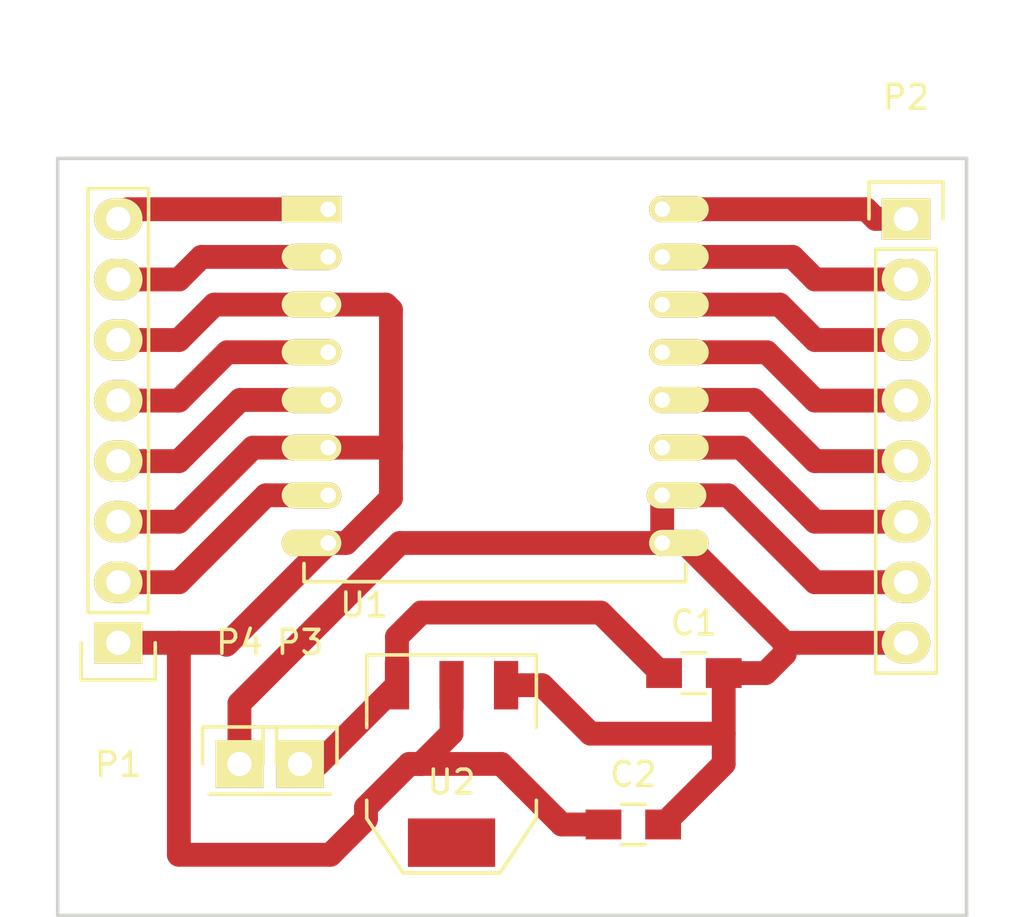
<source format=kicad_pcb>
(kicad_pcb (version 4) (host pcbnew 0.201511221031+6327~38~ubuntu14.04.1-stable)

  (general
    (links 27)
    (no_connects 2)
    (area 134.591667 96.028599 177.828334 134.695001)
    (thickness 1.6)
    (drawings 4)
    (tracks 94)
    (zones 0)
    (modules 8)
    (nets 15)
  )

  (page A4)
  (layers
    (0 F.Cu signal)
    (31 B.Cu signal)
    (32 B.Adhes user)
    (33 F.Adhes user)
    (34 B.Paste user)
    (35 F.Paste user)
    (36 B.SilkS user)
    (37 F.SilkS user)
    (38 B.Mask user)
    (39 F.Mask user)
    (40 Dwgs.User user)
    (41 Cmts.User user)
    (42 Eco1.User user)
    (43 Eco2.User user)
    (44 Edge.Cuts user)
    (45 Margin user)
    (46 B.CrtYd user)
    (47 F.CrtYd user)
    (48 B.Fab user)
    (49 F.Fab user)
  )

  (setup
    (last_trace_width 1)
    (trace_clearance 0.2)
    (zone_clearance 0.508)
    (zone_45_only no)
    (trace_min 0.2)
    (segment_width 0.2)
    (edge_width 0.15)
    (via_size 0.6)
    (via_drill 0.4)
    (via_min_size 0.4)
    (via_min_drill 0.3)
    (uvia_size 0.3)
    (uvia_drill 0.1)
    (uvias_allowed no)
    (uvia_min_size 0.2)
    (uvia_min_drill 0.1)
    (pcb_text_width 0.3)
    (pcb_text_size 1.5 1.5)
    (mod_edge_width 0.15)
    (mod_text_size 1 1)
    (mod_text_width 0.15)
    (pad_size 2 2)
    (pad_drill 1.016)
    (pad_to_mask_clearance 0.2)
    (aux_axis_origin 0 0)
    (grid_origin 139.7 105.41)
    (visible_elements 7FFFFFFF)
    (pcbplotparams
      (layerselection 0x01030_80000001)
      (usegerberextensions false)
      (excludeedgelayer true)
      (linewidth 0.100000)
      (plotframeref false)
      (viasonmask false)
      (mode 1)
      (useauxorigin false)
      (hpglpennumber 1)
      (hpglpenspeed 20)
      (hpglpendiameter 15)
      (hpglpenoverlay 2)
      (psnegative false)
      (psa4output false)
      (plotreference true)
      (plotvalue true)
      (plotinvisibletext false)
      (padsonsilk false)
      (subtractmaskfromsilk false)
      (outputformat 1)
      (mirror false)
      (drillshape 0)
      (scaleselection 1)
      (outputdirectory ""))
  )

  (net 0 "")
  (net 1 "Net-(P1-Pad2)")
  (net 2 "Net-(P1-Pad4)")
  (net 3 "Net-(P1-Pad5)")
  (net 4 "Net-(P1-Pad7)")
  (net 5 "Net-(P1-Pad8)")
  (net 6 "Net-(P2-Pad1)")
  (net 7 "Net-(P2-Pad2)")
  (net 8 "Net-(P2-Pad3)")
  (net 9 "Net-(P2-Pad4)")
  (net 10 "Net-(P2-Pad5)")
  (net 11 "Net-(P2-Pad6)")
  (net 12 "Net-(C1-Pad2)")
  (net 13 "Net-(C1-Pad1)")
  (net 14 /3.3V)

  (net_class Default "This is the default net class."
    (clearance 0.2)
    (trace_width 1)
    (via_dia 0.6)
    (via_drill 0.4)
    (uvia_dia 0.3)
    (uvia_drill 0.1)
    (add_net /3.3V)
    (add_net "Net-(C1-Pad1)")
    (add_net "Net-(C1-Pad2)")
    (add_net "Net-(P1-Pad2)")
    (add_net "Net-(P1-Pad4)")
    (add_net "Net-(P1-Pad5)")
    (add_net "Net-(P1-Pad7)")
    (add_net "Net-(P1-Pad8)")
    (add_net "Net-(P2-Pad1)")
    (add_net "Net-(P2-Pad2)")
    (add_net "Net-(P2-Pad3)")
    (add_net "Net-(P2-Pad4)")
    (add_net "Net-(P2-Pad5)")
    (add_net "Net-(P2-Pad6)")
  )

  (module Pin_Headers:Pin_Header_Straight_1x08 (layer F.Cu) (tedit 0) (tstamp 5652D6AD)
    (at 139.7 123.19 180)
    (descr "Through hole pin header")
    (tags "pin header")
    (path /5652D1D4)
    (fp_text reference P1 (at 0 -5.1 180) (layer F.SilkS)
      (effects (font (size 1 1) (thickness 0.15)))
    )
    (fp_text value CONN_01X08 (at 0 -3.1 180) (layer F.Fab)
      (effects (font (size 1 1) (thickness 0.15)))
    )
    (fp_line (start -1.75 -1.75) (end -1.75 19.55) (layer F.CrtYd) (width 0.05))
    (fp_line (start 1.75 -1.75) (end 1.75 19.55) (layer F.CrtYd) (width 0.05))
    (fp_line (start -1.75 -1.75) (end 1.75 -1.75) (layer F.CrtYd) (width 0.05))
    (fp_line (start -1.75 19.55) (end 1.75 19.55) (layer F.CrtYd) (width 0.05))
    (fp_line (start 1.27 1.27) (end 1.27 19.05) (layer F.SilkS) (width 0.15))
    (fp_line (start 1.27 19.05) (end -1.27 19.05) (layer F.SilkS) (width 0.15))
    (fp_line (start -1.27 19.05) (end -1.27 1.27) (layer F.SilkS) (width 0.15))
    (fp_line (start 1.55 -1.55) (end 1.55 0) (layer F.SilkS) (width 0.15))
    (fp_line (start 1.27 1.27) (end -1.27 1.27) (layer F.SilkS) (width 0.15))
    (fp_line (start -1.55 0) (end -1.55 -1.55) (layer F.SilkS) (width 0.15))
    (fp_line (start -1.55 -1.55) (end 1.55 -1.55) (layer F.SilkS) (width 0.15))
    (pad 1 thru_hole rect (at 0 0 180) (size 2.032 1.7272) (drill 1.016) (layers *.Cu *.Mask F.SilkS)
      (net 14 /3.3V))
    (pad 2 thru_hole oval (at 0 2.54 180) (size 2.032 1.7272) (drill 1.016) (layers *.Cu *.Mask F.SilkS)
      (net 1 "Net-(P1-Pad2)"))
    (pad 3 thru_hole oval (at 0 5.08 180) (size 2.032 1.7272) (drill 1.016) (layers *.Cu *.Mask F.SilkS)
      (net 14 /3.3V))
    (pad 4 thru_hole oval (at 0 7.62 180) (size 2.032 1.7272) (drill 1.016) (layers *.Cu *.Mask F.SilkS)
      (net 2 "Net-(P1-Pad4)"))
    (pad 5 thru_hole oval (at 0 10.16 180) (size 2.032 1.7272) (drill 1.016) (layers *.Cu *.Mask F.SilkS)
      (net 3 "Net-(P1-Pad5)"))
    (pad 6 thru_hole oval (at 0 12.7 180) (size 2.032 1.7272) (drill 1.016) (layers *.Cu *.Mask F.SilkS)
      (net 14 /3.3V))
    (pad 7 thru_hole oval (at 0 15.24 180) (size 2.032 1.7272) (drill 1.016) (layers *.Cu *.Mask F.SilkS)
      (net 4 "Net-(P1-Pad7)"))
    (pad 8 thru_hole oval (at 0 17.78 180) (size 2.032 1.7272) (drill 1.016) (layers *.Cu *.Mask F.SilkS)
      (net 5 "Net-(P1-Pad8)"))
    (model Pin_Headers.3dshapes/Pin_Header_Straight_1x08.wrl
      (at (xyz 0 -0.35 0))
      (scale (xyz 1 1 1))
      (rotate (xyz 0 0 90))
    )
  )

  (module Pin_Headers:Pin_Header_Straight_1x08 (layer F.Cu) (tedit 0) (tstamp 5652D6B9)
    (at 172.72 105.41)
    (descr "Through hole pin header")
    (tags "pin header")
    (path /5652CFF3)
    (fp_text reference P2 (at 0 -5.1) (layer F.SilkS)
      (effects (font (size 1 1) (thickness 0.15)))
    )
    (fp_text value CONN_01X08 (at 0 -3.1) (layer F.Fab)
      (effects (font (size 1 1) (thickness 0.15)))
    )
    (fp_line (start -1.75 -1.75) (end -1.75 19.55) (layer F.CrtYd) (width 0.05))
    (fp_line (start 1.75 -1.75) (end 1.75 19.55) (layer F.CrtYd) (width 0.05))
    (fp_line (start -1.75 -1.75) (end 1.75 -1.75) (layer F.CrtYd) (width 0.05))
    (fp_line (start -1.75 19.55) (end 1.75 19.55) (layer F.CrtYd) (width 0.05))
    (fp_line (start 1.27 1.27) (end 1.27 19.05) (layer F.SilkS) (width 0.15))
    (fp_line (start 1.27 19.05) (end -1.27 19.05) (layer F.SilkS) (width 0.15))
    (fp_line (start -1.27 19.05) (end -1.27 1.27) (layer F.SilkS) (width 0.15))
    (fp_line (start 1.55 -1.55) (end 1.55 0) (layer F.SilkS) (width 0.15))
    (fp_line (start 1.27 1.27) (end -1.27 1.27) (layer F.SilkS) (width 0.15))
    (fp_line (start -1.55 0) (end -1.55 -1.55) (layer F.SilkS) (width 0.15))
    (fp_line (start -1.55 -1.55) (end 1.55 -1.55) (layer F.SilkS) (width 0.15))
    (pad 1 thru_hole rect (at 0 0) (size 2.032 1.7272) (drill 1.016) (layers *.Cu *.Mask F.SilkS)
      (net 6 "Net-(P2-Pad1)"))
    (pad 2 thru_hole oval (at 0 2.54) (size 2.032 1.7272) (drill 1.016) (layers *.Cu *.Mask F.SilkS)
      (net 7 "Net-(P2-Pad2)"))
    (pad 3 thru_hole oval (at 0 5.08) (size 2.032 1.7272) (drill 1.016) (layers *.Cu *.Mask F.SilkS)
      (net 8 "Net-(P2-Pad3)"))
    (pad 4 thru_hole oval (at 0 7.62) (size 2.032 1.7272) (drill 1.016) (layers *.Cu *.Mask F.SilkS)
      (net 9 "Net-(P2-Pad4)"))
    (pad 5 thru_hole oval (at 0 10.16) (size 2.032 1.7272) (drill 1.016) (layers *.Cu *.Mask F.SilkS)
      (net 10 "Net-(P2-Pad5)"))
    (pad 6 thru_hole oval (at 0 12.7) (size 2.032 1.7272) (drill 1.016) (layers *.Cu *.Mask F.SilkS)
      (net 11 "Net-(P2-Pad6)"))
    (pad 7 thru_hole oval (at 0 15.24) (size 2.032 1.7272) (drill 1.016) (layers *.Cu *.Mask F.SilkS)
      (net 12 "Net-(C1-Pad2)"))
    (pad 8 thru_hole oval (at 0 17.78) (size 2.032 1.7272) (drill 1.016) (layers *.Cu *.Mask F.SilkS)
      (net 12 "Net-(C1-Pad2)"))
    (model Pin_Headers.3dshapes/Pin_Header_Straight_1x08.wrl
      (at (xyz 0 -0.35 0))
      (scale (xyz 1 1 1))
      (rotate (xyz 0 0 90))
    )
  )

  (module ESP8266:ESP-12 locked (layer F.Cu) (tedit 55BE5912) (tstamp 5652D6CD)
    (at 148.5011 105.0036)
    (descr "Module, ESP-8266, ESP-12, 16 pad, SMD")
    (tags "Module ESP-8266 ESP8266")
    (path /5652CDEF)
    (fp_text reference U1 (at 1.5 16.6) (layer F.SilkS)
      (effects (font (size 1 1) (thickness 0.15)))
    )
    (fp_text value ESP-12 (at 6.992 1) (layer F.Fab)
      (effects (font (size 1 1) (thickness 0.15)))
    )
    (fp_line (start -2.25 -0.5) (end -2.25 -8.75) (layer F.CrtYd) (width 0.05))
    (fp_line (start -2.25 -8.75) (end 15.25 -8.75) (layer F.CrtYd) (width 0.05))
    (fp_line (start 15.25 -8.75) (end 16.25 -8.75) (layer F.CrtYd) (width 0.05))
    (fp_line (start 16.25 -8.75) (end 16.25 16) (layer F.CrtYd) (width 0.05))
    (fp_line (start 16.25 16) (end -2.25 16) (layer F.CrtYd) (width 0.05))
    (fp_line (start -2.25 16) (end -2.25 -0.5) (layer F.CrtYd) (width 0.05))
    (fp_line (start -1.016 -8.382) (end 14.986 -8.382) (layer F.CrtYd) (width 0.1524))
    (fp_line (start 14.986 -8.382) (end 14.986 -0.889) (layer F.CrtYd) (width 0.1524))
    (fp_line (start -1.016 -8.382) (end -1.016 -1.016) (layer F.CrtYd) (width 0.1524))
    (fp_line (start -1.016 14.859) (end -1.016 15.621) (layer F.SilkS) (width 0.1524))
    (fp_line (start -1.016 15.621) (end 14.986 15.621) (layer F.SilkS) (width 0.1524))
    (fp_line (start 14.986 15.621) (end 14.986 14.859) (layer F.SilkS) (width 0.1524))
    (fp_line (start 14.992 -8.4) (end -1.008 -2.6) (layer F.CrtYd) (width 0.1524))
    (fp_line (start -1.008 -8.4) (end 14.992 -2.6) (layer F.CrtYd) (width 0.1524))
    (fp_text user "No Copper" (at 6.892 -5.4) (layer F.CrtYd)
      (effects (font (size 1 1) (thickness 0.15)))
    )
    (fp_line (start -1.008 -2.6) (end 14.992 -2.6) (layer F.CrtYd) (width 0.1524))
    (fp_line (start 15 -8.4) (end 15 15.6) (layer F.Fab) (width 0.05))
    (fp_line (start 14.992 15.6) (end -1.008 15.6) (layer F.Fab) (width 0.05))
    (fp_line (start -1.008 15.6) (end -1.008 -8.4) (layer F.Fab) (width 0.05))
    (fp_line (start -1.008 -8.4) (end 14.992 -8.4) (layer F.Fab) (width 0.05))
    (pad 1 thru_hole rect (at 0 0) (size 2.5 1.1) (drill 0.65 (offset -0.7 0)) (layers *.Cu *.Mask F.SilkS)
      (net 5 "Net-(P1-Pad8)"))
    (pad 2 thru_hole oval (at 0 2) (size 2.5 1.1) (drill 0.65 (offset -0.7 0)) (layers *.Cu *.Mask F.SilkS)
      (net 4 "Net-(P1-Pad7)"))
    (pad 3 thru_hole oval (at 0 4) (size 2.5 1.1) (drill 0.65 (offset -0.7 0)) (layers *.Cu *.Mask F.SilkS)
      (net 14 /3.3V))
    (pad 4 thru_hole oval (at 0 6) (size 2.5 1.1) (drill 0.65 (offset -0.7 0)) (layers *.Cu *.Mask F.SilkS)
      (net 3 "Net-(P1-Pad5)"))
    (pad 5 thru_hole oval (at 0 8) (size 2.5 1.1) (drill 0.65 (offset -0.7 0)) (layers *.Cu *.Mask F.SilkS)
      (net 2 "Net-(P1-Pad4)"))
    (pad 6 thru_hole oval (at 0 10) (size 2.5 1.1) (drill 0.65 (offset -0.7 0)) (layers *.Cu *.Mask F.SilkS)
      (net 14 /3.3V))
    (pad 7 thru_hole oval (at 0 12) (size 2.5 1.1) (drill 0.65 (offset -0.7 0)) (layers *.Cu *.Mask F.SilkS)
      (net 1 "Net-(P1-Pad2)"))
    (pad 8 thru_hole oval (at 0 14) (size 2.5 1.1) (drill 0.65 (offset -0.7 0)) (layers *.Cu *.Mask F.SilkS)
      (net 14 /3.3V))
    (pad 9 thru_hole oval (at 14 14) (size 2.5 1.1) (drill 0.65 (offset 0.7 0)) (layers *.Cu *.Mask F.SilkS)
      (net 12 "Net-(C1-Pad2)"))
    (pad 10 thru_hole oval (at 14 12) (size 2.5 1.1) (drill 0.65 (offset 0.6 0)) (layers *.Cu *.Mask F.SilkS)
      (net 12 "Net-(C1-Pad2)"))
    (pad 11 thru_hole oval (at 14 10) (size 2.5 1.1) (drill 0.65 (offset 0.7 0)) (layers *.Cu *.Mask F.SilkS)
      (net 11 "Net-(P2-Pad6)"))
    (pad 12 thru_hole oval (at 14 8) (size 2.5 1.1) (drill 0.65 (offset 0.7 0)) (layers *.Cu *.Mask F.SilkS)
      (net 10 "Net-(P2-Pad5)"))
    (pad 13 thru_hole oval (at 14 6) (size 2.5 1.1) (drill 0.65 (offset 0.7 0)) (layers *.Cu *.Mask F.SilkS)
      (net 9 "Net-(P2-Pad4)"))
    (pad 14 thru_hole oval (at 14 4) (size 2.5 1.1) (drill 0.65 (offset 0.7 0)) (layers *.Cu *.Mask F.SilkS)
      (net 8 "Net-(P2-Pad3)"))
    (pad 15 thru_hole oval (at 14 2) (size 2.5 1.1) (drill 0.65 (offset 0.7 0)) (layers *.Cu *.Mask F.SilkS)
      (net 7 "Net-(P2-Pad2)"))
    (pad 16 thru_hole oval (at 14 0) (size 2.5 1.1) (drill 0.65 (offset 0.7 0)) (layers *.Cu *.Mask F.SilkS)
      (net 6 "Net-(P2-Pad1)"))
    (model ${ESPLIB}/ESP8266.3dshapes/ESP-12.wrl
      (at (xyz 0 0 0))
      (scale (xyz 0.3937 0.3937 0.3937))
      (rotate (xyz 0 0 0))
    )
  )

  (module Capacitors_SMD:C_0805_HandSoldering (layer F.Cu) (tedit 541A9B8D) (tstamp 5653137D)
    (at 163.83 124.46)
    (descr "Capacitor SMD 0805, hand soldering")
    (tags "capacitor 0805")
    (path /56530390)
    (attr smd)
    (fp_text reference C1 (at 0 -2.1) (layer F.SilkS)
      (effects (font (size 1 1) (thickness 0.15)))
    )
    (fp_text value C (at 0 2.1) (layer F.Fab)
      (effects (font (size 1 1) (thickness 0.15)))
    )
    (fp_line (start -2.3 -1) (end 2.3 -1) (layer F.CrtYd) (width 0.05))
    (fp_line (start -2.3 1) (end 2.3 1) (layer F.CrtYd) (width 0.05))
    (fp_line (start -2.3 -1) (end -2.3 1) (layer F.CrtYd) (width 0.05))
    (fp_line (start 2.3 -1) (end 2.3 1) (layer F.CrtYd) (width 0.05))
    (fp_line (start 0.5 -0.85) (end -0.5 -0.85) (layer F.SilkS) (width 0.15))
    (fp_line (start -0.5 0.85) (end 0.5 0.85) (layer F.SilkS) (width 0.15))
    (pad 1 smd rect (at -1.25 0) (size 1.5 1.25) (layers F.Cu F.Paste F.Mask)
      (net 13 "Net-(C1-Pad1)"))
    (pad 2 smd rect (at 1.25 0) (size 1.5 1.25) (layers F.Cu F.Paste F.Mask)
      (net 12 "Net-(C1-Pad2)"))
    (model Capacitors_SMD.3dshapes/C_0805_HandSoldering.wrl
      (at (xyz 0 0 0))
      (scale (xyz 1 1 1))
      (rotate (xyz 0 0 0))
    )
  )

  (module Capacitors_SMD:C_0805_HandSoldering (layer F.Cu) (tedit 541A9B8D) (tstamp 56531383)
    (at 161.29 130.81)
    (descr "Capacitor SMD 0805, hand soldering")
    (tags "capacitor 0805")
    (path /56530499)
    (attr smd)
    (fp_text reference C2 (at 0 -2.1) (layer F.SilkS)
      (effects (font (size 1 1) (thickness 0.15)))
    )
    (fp_text value C (at 0 2.1) (layer F.Fab)
      (effects (font (size 1 1) (thickness 0.15)))
    )
    (fp_line (start -2.3 -1) (end 2.3 -1) (layer F.CrtYd) (width 0.05))
    (fp_line (start -2.3 1) (end 2.3 1) (layer F.CrtYd) (width 0.05))
    (fp_line (start -2.3 -1) (end -2.3 1) (layer F.CrtYd) (width 0.05))
    (fp_line (start 2.3 -1) (end 2.3 1) (layer F.CrtYd) (width 0.05))
    (fp_line (start 0.5 -0.85) (end -0.5 -0.85) (layer F.SilkS) (width 0.15))
    (fp_line (start -0.5 0.85) (end 0.5 0.85) (layer F.SilkS) (width 0.15))
    (pad 1 smd rect (at -1.25 0) (size 1.5 1.25) (layers F.Cu F.Paste F.Mask)
      (net 14 /3.3V))
    (pad 2 smd rect (at 1.25 0) (size 1.5 1.25) (layers F.Cu F.Paste F.Mask)
      (net 12 "Net-(C1-Pad2)"))
    (model Capacitors_SMD.3dshapes/C_0805_HandSoldering.wrl
      (at (xyz 0 0 0))
      (scale (xyz 1 1 1))
      (rotate (xyz 0 0 0))
    )
  )

  (module Pin_Headers:Pin_Header_Straight_1x01 (layer F.Cu) (tedit 56534DA9) (tstamp 56531388)
    (at 147.32 128.27)
    (descr "Through hole pin header")
    (tags "pin header")
    (path /565304DF)
    (fp_text reference P3 (at 0 -5.1) (layer F.SilkS)
      (effects (font (size 1 1) (thickness 0.15)))
    )
    (fp_text value CONN_01X01 (at 0 -3.1) (layer F.Fab)
      (effects (font (size 1 1) (thickness 0.15)))
    )
    (fp_line (start 1.55 -1.55) (end 1.55 0) (layer F.SilkS) (width 0.15))
    (fp_line (start -1.75 -1.75) (end -1.75 1.75) (layer F.CrtYd) (width 0.05))
    (fp_line (start 1.75 -1.75) (end 1.75 1.75) (layer F.CrtYd) (width 0.05))
    (fp_line (start -1.75 -1.75) (end 1.75 -1.75) (layer F.CrtYd) (width 0.05))
    (fp_line (start -1.75 1.75) (end 1.75 1.75) (layer F.CrtYd) (width 0.05))
    (fp_line (start -1.55 0) (end -1.55 -1.55) (layer F.SilkS) (width 0.15))
    (fp_line (start -1.55 -1.55) (end 1.55 -1.55) (layer F.SilkS) (width 0.15))
    (fp_line (start -1.27 1.27) (end 1.27 1.27) (layer F.SilkS) (width 0.15))
    (pad 1 thru_hole rect (at 0 0) (size 2 2) (drill 1.016) (layers *.Cu *.Mask F.SilkS)
      (net 13 "Net-(C1-Pad1)"))
    (model Pin_Headers.3dshapes/Pin_Header_Straight_1x01.wrl
      (at (xyz 0 0 0))
      (scale (xyz 1 1 1))
      (rotate (xyz 0 0 90))
    )
  )

  (module TO_SOT_Packages_SMD:SOT-223 (layer F.Cu) (tedit 0) (tstamp 56531390)
    (at 153.67 128.27 180)
    (descr "module CMS SOT223 4 pins")
    (tags "CMS SOT")
    (path /56530171)
    (attr smd)
    (fp_text reference U2 (at 0 -0.762 180) (layer F.SilkS)
      (effects (font (size 1 1) (thickness 0.15)))
    )
    (fp_text value AP1117D33 (at 0 0.762 180) (layer F.Fab)
      (effects (font (size 1 1) (thickness 0.15)))
    )
    (fp_line (start -3.556 1.524) (end -3.556 4.572) (layer F.SilkS) (width 0.15))
    (fp_line (start -3.556 4.572) (end 3.556 4.572) (layer F.SilkS) (width 0.15))
    (fp_line (start 3.556 4.572) (end 3.556 1.524) (layer F.SilkS) (width 0.15))
    (fp_line (start -3.556 -1.524) (end -3.556 -2.286) (layer F.SilkS) (width 0.15))
    (fp_line (start -3.556 -2.286) (end -2.032 -4.572) (layer F.SilkS) (width 0.15))
    (fp_line (start -2.032 -4.572) (end 2.032 -4.572) (layer F.SilkS) (width 0.15))
    (fp_line (start 2.032 -4.572) (end 3.556 -2.286) (layer F.SilkS) (width 0.15))
    (fp_line (start 3.556 -2.286) (end 3.556 -1.524) (layer F.SilkS) (width 0.15))
    (pad 4 smd rect (at 0 -3.302 180) (size 3.6576 2.032) (layers F.Cu F.Paste F.Mask))
    (pad 2 smd rect (at 0 3.302 180) (size 1.016 2.032) (layers F.Cu F.Paste F.Mask)
      (net 14 /3.3V))
    (pad 3 smd rect (at 2.286 3.302 180) (size 1.016 2.032) (layers F.Cu F.Paste F.Mask)
      (net 13 "Net-(C1-Pad1)"))
    (pad 1 smd rect (at -2.286 3.302 180) (size 1.016 2.032) (layers F.Cu F.Paste F.Mask)
      (net 12 "Net-(C1-Pad2)"))
    (model TO_SOT_Packages_SMD.3dshapes/SOT-223.wrl
      (at (xyz 0 0 0))
      (scale (xyz 0.4 0.4 0.4))
      (rotate (xyz 0 0 0))
    )
  )

  (module Pin_Headers:Pin_Header_Straight_1x01 (layer F.Cu) (tedit 56534DB2) (tstamp 56534D5E)
    (at 144.78 128.27)
    (descr "Through hole pin header")
    (tags "pin header")
    (path /56534A71)
    (fp_text reference P4 (at 0 -5.1) (layer F.SilkS)
      (effects (font (size 1 1) (thickness 0.15)))
    )
    (fp_text value CONN_01X01 (at 0 -3.1) (layer F.Fab)
      (effects (font (size 1 1) (thickness 0.15)))
    )
    (fp_line (start 1.55 -1.55) (end 1.55 0) (layer F.SilkS) (width 0.15))
    (fp_line (start -1.75 -1.75) (end -1.75 1.75) (layer F.CrtYd) (width 0.05))
    (fp_line (start 1.75 -1.75) (end 1.75 1.75) (layer F.CrtYd) (width 0.05))
    (fp_line (start -1.75 -1.75) (end 1.75 -1.75) (layer F.CrtYd) (width 0.05))
    (fp_line (start -1.75 1.75) (end 1.75 1.75) (layer F.CrtYd) (width 0.05))
    (fp_line (start -1.55 0) (end -1.55 -1.55) (layer F.SilkS) (width 0.15))
    (fp_line (start -1.55 -1.55) (end 1.55 -1.55) (layer F.SilkS) (width 0.15))
    (fp_line (start -1.27 1.27) (end 1.27 1.27) (layer F.SilkS) (width 0.15))
    (pad 1 thru_hole rect (at 0 0) (size 2 2) (drill 1.016) (layers *.Cu *.Mask F.SilkS)
      (net 12 "Net-(C1-Pad2)"))
    (model Pin_Headers.3dshapes/Pin_Header_Straight_1x01.wrl
      (at (xyz 0 0 0))
      (scale (xyz 1 1 1))
      (rotate (xyz 0 0 90))
    )
  )

  (gr_line (start 137.16 134.62) (end 175.26 134.62) (layer Edge.Cuts) (width 0.15))
  (gr_line (start 137.16 102.87) (end 175.26 102.87) (layer Edge.Cuts) (width 0.15))
  (gr_line (start 137.16 134.62) (end 137.16 102.87) (layer Edge.Cuts) (width 0.15))
  (gr_line (start 175.26 102.87) (end 175.26 134.62) (layer Edge.Cuts) (width 0.15))

  (segment (start 145.8864 117.0036) (end 142.24 120.65) (width 1) (layer F.Cu) (net 1))
  (segment (start 142.24 120.65) (end 139.7 120.65) (width 1) (layer F.Cu) (net 1))
  (segment (start 148.5011 117.0036) (end 145.8864 117.0036) (width 1) (layer F.Cu) (net 1))
  (segment (start 144.8064 113.0036) (end 142.24 115.57) (width 1) (layer F.Cu) (net 2))
  (segment (start 142.24 115.57) (end 139.7 115.57) (width 1) (layer F.Cu) (net 2))
  (segment (start 148.5011 113.0036) (end 144.8064 113.0036) (width 1) (layer F.Cu) (net 2))
  (segment (start 144.2664 111.0036) (end 142.24 113.03) (width 1) (layer F.Cu) (net 3))
  (segment (start 142.24 113.03) (end 139.7 113.03) (width 1) (layer F.Cu) (net 3))
  (segment (start 148.5011 111.0036) (end 144.2664 111.0036) (width 1) (layer F.Cu) (net 3))
  (segment (start 143.1864 107.0036) (end 142.24 107.95) (width 1) (layer F.Cu) (net 4))
  (segment (start 142.24 107.95) (end 139.7 107.95) (width 1) (layer F.Cu) (net 4))
  (segment (start 148.5011 107.0036) (end 143.1864 107.0036) (width 1) (layer F.Cu) (net 4))
  (segment (start 148.5011 105.0036) (end 140.1064 105.0036) (width 1) (layer F.Cu) (net 5))
  (segment (start 140.1064 105.0036) (end 139.7 105.41) (width 1) (layer F.Cu) (net 5))
  (segment (start 171.45 105.41) (end 172.72 105.41) (width 1) (layer F.Cu) (net 6))
  (segment (start 162.5011 105.0036) (end 171.0436 105.0036) (width 1) (layer F.Cu) (net 6))
  (segment (start 171.0436 105.0036) (end 171.45 105.41) (width 1) (layer F.Cu) (net 6))
  (segment (start 171.45 107.95) (end 172.72 107.95) (width 1) (layer F.Cu) (net 7))
  (segment (start 167.9636 107.0036) (end 168.91 107.95) (width 1) (layer F.Cu) (net 7))
  (segment (start 168.91 107.95) (end 171.45 107.95) (width 1) (layer F.Cu) (net 7))
  (segment (start 162.5011 107.0036) (end 167.9636 107.0036) (width 1) (layer F.Cu) (net 7))
  (segment (start 171.45 110.49) (end 172.72 110.49) (width 1) (layer F.Cu) (net 8))
  (segment (start 167.4236 109.0036) (end 168.91 110.49) (width 1) (layer F.Cu) (net 8))
  (segment (start 168.91 110.49) (end 171.45 110.49) (width 1) (layer F.Cu) (net 8))
  (segment (start 162.5011 109.0036) (end 167.4236 109.0036) (width 1) (layer F.Cu) (net 8))
  (segment (start 171.45 113.03) (end 172.72 113.03) (width 1) (layer F.Cu) (net 9))
  (segment (start 166.8836 111.0036) (end 168.91 113.03) (width 1) (layer F.Cu) (net 9))
  (segment (start 168.91 113.03) (end 171.45 113.03) (width 1) (layer F.Cu) (net 9))
  (segment (start 162.5011 111.0036) (end 166.8836 111.0036) (width 1) (layer F.Cu) (net 9))
  (segment (start 171.45 115.57) (end 172.72 115.57) (width 1) (layer F.Cu) (net 10))
  (segment (start 166.3436 113.0036) (end 168.91 115.57) (width 1) (layer F.Cu) (net 10))
  (segment (start 168.91 115.57) (end 171.45 115.57) (width 1) (layer F.Cu) (net 10))
  (segment (start 162.5011 113.0036) (end 166.3436 113.0036) (width 1) (layer F.Cu) (net 10))
  (segment (start 171.45 118.11) (end 172.72 118.11) (width 1) (layer F.Cu) (net 11))
  (segment (start 165.8036 115.0036) (end 168.91 118.11) (width 1) (layer F.Cu) (net 11))
  (segment (start 168.91 118.11) (end 171.45 118.11) (width 1) (layer F.Cu) (net 11))
  (segment (start 162.5011 115.0036) (end 165.8036 115.0036) (width 1) (layer F.Cu) (net 11))
  (segment (start 151.5064 119.0036) (end 144.78 125.73) (width 1) (layer F.Cu) (net 12))
  (segment (start 144.78 125.73) (end 144.78 128.27) (width 1) (layer F.Cu) (net 12))
  (segment (start 162.5011 119.0036) (end 151.5064 119.0036) (width 1) (layer F.Cu) (net 12))
  (segment (start 162.5011 117.0036) (end 162.5011 119.0036) (width 1) (layer F.Cu) (net 12))
  (segment (start 171.45 120.65) (end 172.72 120.65) (width 1) (layer F.Cu) (net 12))
  (segment (start 165.2636 117.0036) (end 168.91 120.65) (width 1) (layer F.Cu) (net 12))
  (segment (start 168.91 120.65) (end 171.45 120.65) (width 1) (layer F.Cu) (net 12))
  (segment (start 162.5011 117.0036) (end 165.2636 117.0036) (width 1) (layer F.Cu) (net 12))
  (segment (start 171.45 123.19) (end 172.72 123.19) (width 1) (layer F.Cu) (net 12))
  (segment (start 165.08 124.46) (end 165.08 127) (width 1) (layer F.Cu) (net 12))
  (segment (start 165.08 127) (end 165.08 128.27) (width 1) (layer F.Cu) (net 12))
  (segment (start 155.956 124.968) (end 157.464 124.968) (width 1) (layer F.Cu) (net 12))
  (segment (start 157.464 124.968) (end 159.496 127) (width 1) (layer F.Cu) (net 12))
  (segment (start 159.496 127) (end 165.08 127) (width 1) (layer F.Cu) (net 12))
  (segment (start 165.08 128.27) (end 162.54 130.81) (width 1) (layer F.Cu) (net 12))
  (segment (start 167.64 123.19) (end 167.64 123.65) (width 1) (layer F.Cu) (net 12))
  (segment (start 167.64 123.65) (end 166.83 124.46) (width 1) (layer F.Cu) (net 12))
  (segment (start 166.83 124.46) (end 165.08 124.46) (width 1) (layer F.Cu) (net 12))
  (segment (start 163.4536 119.0036) (end 167.64 123.19) (width 1) (layer F.Cu) (net 12))
  (segment (start 167.64 123.19) (end 171.45 123.19) (width 1) (layer F.Cu) (net 12))
  (segment (start 162.5011 119.0036) (end 163.4536 119.0036) (width 1) (layer F.Cu) (net 12))
  (segment (start 147.32 128.27) (end 148.082 128.27) (width 1) (layer F.Cu) (net 13))
  (segment (start 148.082 128.27) (end 151.384 124.968) (width 1) (layer F.Cu) (net 13))
  (segment (start 152.4 121.92) (end 151.384 122.936) (width 1) (layer F.Cu) (net 13))
  (segment (start 151.384 122.936) (end 151.384 124.968) (width 1) (layer F.Cu) (net 13))
  (segment (start 159.915 121.92) (end 152.4 121.92) (width 1) (layer F.Cu) (net 13))
  (segment (start 162.58 124.46) (end 162.455 124.46) (width 1) (layer F.Cu) (net 13))
  (segment (start 162.455 124.46) (end 159.915 121.92) (width 1) (layer F.Cu) (net 13))
  (segment (start 149.2539 119.0036) (end 148.5011 119.0036) (width 1) (layer F.Cu) (net 14))
  (segment (start 151.13 114.935) (end 151.13 117.1275) (width 1) (layer F.Cu) (net 14))
  (segment (start 151.13 117.1275) (end 149.2539 119.0036) (width 1) (layer F.Cu) (net 14))
  (segment (start 148.5011 115.0036) (end 151.13 115.0036) (width 1) (layer F.Cu) (net 14))
  (segment (start 151.13 115.0036) (end 151.13 114.935) (width 1) (layer F.Cu) (net 14) (tstamp 56534872))
  (segment (start 145.3464 115.0036) (end 142.24 118.11) (width 1) (layer F.Cu) (net 14))
  (segment (start 142.24 118.11) (end 139.7 118.11) (width 1) (layer F.Cu) (net 14))
  (segment (start 148.5011 115.0036) (end 145.3464 115.0036) (width 1) (layer F.Cu) (net 14))
  (segment (start 148.5011 109.0036) (end 150.9136 109.0036) (width 1) (layer F.Cu) (net 14))
  (segment (start 151.13 109.22) (end 151.13 114.935) (width 1) (layer F.Cu) (net 14))
  (segment (start 150.9136 109.0036) (end 151.13 109.22) (width 1) (layer F.Cu) (net 14))
  (segment (start 144.3147 123.19) (end 142.24 123.19) (width 1) (layer F.Cu) (net 14))
  (segment (start 142.24 123.19) (end 139.7 123.19) (width 1) (layer F.Cu) (net 14))
  (segment (start 142.24 132.08) (end 142.24 123.19) (width 1) (layer F.Cu) (net 14))
  (segment (start 148.59 132.08) (end 142.24 132.08) (width 1) (layer F.Cu) (net 14))
  (segment (start 150.084397 130.585603) (end 148.59 132.08) (width 1) (layer F.Cu) (net 14))
  (segment (start 150.084397 130.087601) (end 150.084397 130.585603) (width 1) (layer F.Cu) (net 14))
  (segment (start 144.232399 123.272301) (end 144.3147 123.19) (width 1) (layer F.Cu) (net 14))
  (segment (start 151.901998 128.27) (end 150.084397 130.087601) (width 1) (layer F.Cu) (net 14))
  (segment (start 153.67 124.968) (end 153.67 126.984) (width 1) (layer F.Cu) (net 14))
  (segment (start 153.67 126.984) (end 152.384 128.27) (width 1) (layer F.Cu) (net 14))
  (segment (start 152.384 128.27) (end 151.901998 128.27) (width 1) (layer F.Cu) (net 14))
  (segment (start 155.75 128.27) (end 151.901998 128.27) (width 1) (layer F.Cu) (net 14))
  (segment (start 160.04 130.81) (end 158.29 130.81) (width 1) (layer F.Cu) (net 14))
  (segment (start 158.29 130.81) (end 155.75 128.27) (width 1) (layer F.Cu) (net 14))
  (segment (start 148.5011 119.0036) (end 144.3147 123.19) (width 1) (layer F.Cu) (net 14))
  (segment (start 143.7264 109.0036) (end 142.24 110.49) (width 1) (layer F.Cu) (net 14))
  (segment (start 142.24 110.49) (end 139.7 110.49) (width 1) (layer F.Cu) (net 14))
  (segment (start 148.5011 109.0036) (end 143.7264 109.0036) (width 1) (layer F.Cu) (net 14))

  (zone (net 12) (net_name "Net-(C1-Pad2)") (layer F.Cu) (tstamp 0) (hatch edge 0.508)
    (connect_pads (clearance 0.508))
    (min_thickness 0.254)
    (fill (arc_segments 16) (thermal_gap 0.508) (thermal_bridge_width 0.508))
    (polygon
      (pts
        (xy 137.16 102.87) (xy 175.26 102.87) (xy 175.26 134.62) (xy 137.16 134.62)
      )
    )
  )
)

</source>
